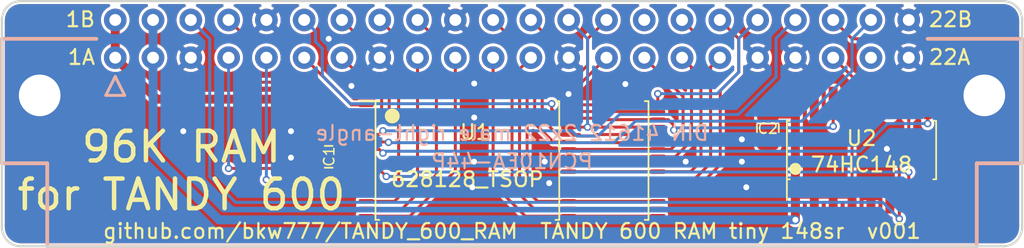
<source format=kicad_pcb>
(kicad_pcb (version 20211014) (generator pcbnew)
  (title_block (title "TANDY 600 RAM tiny 148sr") (date "2022-09-25") (rev "001") (company "Brian K. White - b.kenyon.w@gmail.com") (comment 1 "LICENSE: CC-BY-SA 4.0") (comment 2 "github.com/bkw777/TANDY_600_RAM"))
  (layers (0 "F.Cu" signal) (31 "B.Cu" signal) (34 "B.Paste" user) (35 "F.Paste" user) (36 "B.SilkS" user "B.Silkscreen") (37 "F.SilkS" user "F.Silkscreen") (38 "B.Mask" user) (39 "F.Mask" user) (44 "Edge.Cuts" user))
  (net 0 "")
  (net 1 "GND")
  (net 2 "VMEM")
  (net 3 "VCC")
  (net 4 "/A14")
  (net 5 "/A13")
  (net 6 "/A12")
  (net 7 "/A11")
  (net 8 "/A10")
  (net 9 "/A9")
  (net 10 "/A8")
  (net 11 "/A7")
  (net 12 "/A6")
  (net 13 "/A5")
  (net 14 "/A4")
  (net 15 "/A3")
  (net 16 "/A2")
  (net 17 "/A1")
  (net 18 "/A0")
  (net 19 "/D7")
  (net 20 "/D6")
  (net 21 "/D5")
  (net 22 "/D4")
  (net 23 "/D3")
  (net 24 "/D2")
  (net 25 "/D1")
  (net 26 "/D0")
  (net 27 "/~{OE}")
  (net 28 "/~{WE}")
  (net 29 "/CS2")
  (net 30 "/A15")
  (net 31 "/A16")
  (net 32 "/~{CS1}")
  (net 33 "/~{CS1_B}")
  (net 34 "/~{CS1_C}")
  (net 35 "/~{CS1_A}")
  (footprint "000_LOCAL:TSOP32-dual" (layer "F.Cu") (at 146.05 109.75)
    (fp_text reference "U1" (at -2.492 -1.905) (layer "F.SilkS"))
    (fp_text value "628128_TSOP" (at -3 1.27) (layer "F.SilkS"))
    (fp_line (start 3.175 -4) (end 2.925 -4) (layer "F.SilkS") (width 0.12))
    (fp_line (start -9.175 -4) (end -9.175 4) (layer "F.SilkS") (width 0.12))
    (fp_line (start -10.25 -4) (end -8.925 -4) (layer "F.SilkS") (width 0.12))
    (fp_line (start 3.175 4) (end 3.175 -4) (layer "F.SilkS") (width 0.12))
    (fp_line (start 9.175 -4) (end 8.925 -4) (layer "F.SilkS") (width 0.12))
    (fp_line (start 9.175 4) (end 9.175 -4) (layer "F.SilkS") (width 0.12))
    (fp_line (start -9.175 4) (end -8.925 4) (layer "F.SilkS") (width 0.12))
    (fp_line (start 3.175 4) (end 2.925 4) (layer "F.SilkS") (width 0.12))
    (fp_line (start 9.175 4) (end 8.925 4) (layer "F.SilkS") (width 0.12))
    (fp_circle (center -8.05 -3) (end -8.05 -2.75) (layer "F.SilkS") (width 0.5) (fill none))
    (pad "1" smd roundrect (at -9.8 -3.75 270) (size 0.3 1) (layers "F.Cu" "F.Paste" "F.Mask") (net 7 "/A11"))
    (pad "2" smd roundrect (at -9.8 -3.25 270) (size 0.3 1) (layers "F.Cu" "F.Paste" "F.Mask") (net 9 "/A9"))
    (pad "3" smd roundrect (at -9.8 -2.75 270) (size 0.3 1) (layers "F.Cu" "F.Paste" "F.Mask") (net 10 "/A8"))
    (pad "4" smd roundrect (at -9.8 -2.25 270) (size 0.3 1) (layers "F.Cu" "F.Paste" "F.Mask") (net 5 "/A13"))
    (pad "5" smd roundrect (at -9.8 -1.75 270) (size 0.3 1) (layers "F.Cu" "F.Paste" "F.Mask") (net 28 "/~{WE}"))
    (pad "6" smd roundrect (at -9.8 -1.25 270) (size 0.3 1) (layers "F.Cu" "F.Paste" "F.Mask") (net 29 "/CS2"))
    (pad "7" smd roundrect (at -9.8 -0.75 270) (size 0.3 1) (layers "F.Cu" "F.Paste" "F.Mask") (net 30 "/A15"))
    (pad "8" smd roundrect (at -9.8 -0.25 270) (size 0.3 1) (layers "F.Cu" "F.Paste" "F.Mask") (net 2 "VMEM"))
    (pad "9" smd roundrect (at -9.8 0.25 270) (size 0.3 1) (layers "F.Cu" "F.Paste" "F.Mask"))
    (pad "10" smd roundrect (at -9.8 0.75 270) (size 0.3 1) (layers "F.Cu" "F.Paste" "F.Mask") (net 31 "/A16"))
    (pad "11" smd roundrect (at -9.8 1.25 270) (size 0.3 1) (layers "F.Cu" "F.Paste" "F.Mask") (net 4 "/A14"))
    (pad "12" smd roundrect (at -9.8 1.75 270) (size 0.3 1) (layers "F.Cu" "F.Paste" "F.Mask") (net 6 "/A12"))
    (pad "13" smd roundrect (at -9.8 2.25 270) (size 0.3 1) (layers "F.Cu" "F.Paste" "F.Mask") (net 11 "/A7"))
    (pad "14" smd roundrect (at -9.8 2.75 270) (size 0.3 1) (layers "F.Cu" "F.Paste" "F.Mask") (net 12 "/A6"))
    (pad "15" smd roundrect (at -9.8 3.25 270) (size 0.3 1) (layers "F.Cu" "F.Paste" "F.Mask") (net 13 "/A5"))
    (pad "16" smd roundrect (at -9.8 3.75 270) (size 0.3 1) (layers "F.Cu" "F.Paste" "F.Mask") (net 14 "/A4"))
    (pad "17" smd roundrect (at 3.8 3.75 270) (size 0.3 1) (layers "F.Cu" "F.Paste" "F.Mask") (net 15 "/A3"))
    (pad "17" smd roundrect (at 9.8 3.75 270) (size 0.3 1) (layers "F.Cu" "F.Paste" "F.Mask") (net 15 "/A3"))
    (pad "18" smd roundrect (at 9.8 3.25 270) (size 0.3 1) (layers "F.Cu" "F.Paste" "F.Mask") (net 16 "/A2"))
    (pad "18" smd roundrect (at 3.8 3.25 270) (size 0.3 1) (layers "F.Cu" "F.Paste" "F.Mask") (net 16 "/A2"))
    (pad "19" smd roundrect (at 3.8 2.75 270) (size 0.3 1) (layers "F.Cu" "F.Paste" "F.Mask") (net 17 "/A1"))
    (pad "19" smd roundrect (at 9.8 2.75 270) (size 0.3 1) (layers "F.Cu" "F.Paste" "F.Mask") (net 17 "/A1"))
    (pad "20" smd roundrect (at 3.8 2.25 270) (size 0.3 1) (layers "F.Cu" "F.Paste" "F.Mask") (net 18 "/A0"))
    (pad "20" smd roundrect (at 9.8 2.25 270) (size 0.3 1) (layers "F.Cu" "F.Paste" "F.Mask") (net 18 "/A0"))
    (pad "21" smd roundrect (at 9.8 1.75 270) (size 0.3 1) (layers "F.Cu" "F.Paste" "F.Mask") (net 26 "/D0"))
    (pad "21" smd roundrect (at 3.8 1.75 270) (size 0.3 1) (layers "F.Cu" "F.Paste" "F.Mask") (net 26 "/D0"))
    (pad "22" smd roundrect (at 3.8 1.25 270) (size 0.3 1) (layers "F.Cu" "F.Paste" "F.Mask") (net 25 "/D1"))
    (pad "22" smd roundrect (at 9.8 1.25 270) (size 0.3 1) (layers "F.Cu" "F.Paste" "F.Mask") (net 25 "/D1"))
    (pad "23" smd roundrect (at 9.8 0.75 270) (size 0.3 1) (layers "F.Cu" "F.Paste" "F.Mask") (net 24 "/D2"))
    (pad "23" smd roundrect (at 3.8 0.75 270) (size 0.3 1) (layers "F.Cu" "F.Paste" "F.Mask") (net 24 "/D2"))
    (pad "24" smd roundrect (at 3.8 0.25 270) (size 0.3 1) (layers "F.Cu" "F.Paste" "F.Mask") (net 1 "GND"))
    (pad "24" smd roundrect (at 9.8 0.25 270) (size 0.3 1) (layers "F.Cu" "F.Paste" "F.Mask") (net 1 "GND"))
    (pad "25" smd roundrect (at 3.8 -0.25 270) (size 0.3 1) (layers "F.Cu" "F.Paste" "F.Mask") (net 23 "/D3"))
    (pad "25" smd roundrect (at 9.8 -0.25 270) (size 0.3 1) (layers "F.Cu" "F.Paste" "F.Mask") (net 23 "/D3"))
    (pad "26" smd roundrect (at 9.8 -0.75 270) (size 0.3 1) (layers "F.Cu" "F.Paste" "F.Mask") (net 22 "/D4"))
    (pad "26" smd roundrect (at 3.8 -0.75 270) (size 0.3 1) (layers "F.Cu" "F.Paste" "F.Mask") (net 22 "/D4"))
    (pad "27" smd roundrect (at 9.8 -1.25 270) (size 0.3 1) (layers "F.Cu" "F.Paste" "F.Mask") (net 21 "/D5"))
    (pad "27" smd roundrect (at 3.8 -1.25 270) (size 0.3 1) (layers "F.Cu" "F.Paste" "F.Mask") (net 21 "/D5"))
    (pad "28" smd roundrect (at 9.8 -1.75 270) (size 0.3 1) (layers "F.Cu" "F.Paste" "F.Mask") (net 20 "/D6"))
    (pad "28" smd roundrect (at 3.8 -1.75 270) (size 0.3 1) (layers "F.Cu" "F.Paste" "F.Mask") (net 20 "/D6"))
    (pad "29" smd roundrect (at 3.8 -2.25 270) (size 0.3 1) (layers "F.Cu" "F.Paste" "F.Mask") (net 19 "/D7"))
    (pad "29" smd roundrect (at 9.8 -2.25 270) (size 0.3 1) (layers "F.Cu" "F.Paste" "F.Mask") (net 19 "/D7"))
    (pad "30" smd roundrect (at 3.8 -2.75 270) (size 0.3 1) (layers "F.Cu" "F.Paste" "F.Mask") (net 32 "/~{CS1}"))
    (pad "30" smd roundrect (at 9.8 -2.75 270) (size 0.3 1) (layers "F.Cu" "F.Paste" "F.Mask") (net 32 "/~{CS1}"))
    (pad "31" smd roundrect (at 9.8 -3.25 270) (size 0.3 1) (layers "F.Cu" "F.Paste" "F.Mask") (net 8 "/A10"))
    (pad "31" smd roundrect (at 3.8 -3.25 270) (size 0.3 1) (layers "F.Cu" "F.Paste" "F.Mask") (net 8 "/A10"))
    (pad "32" smd roundrect (at 3.8 -3.75 270) (size 0.3 1) (layers "F.Cu" "F.Paste" "F.Mask") (net 27 "/~{OE}"))
    (pad "32" smd roundrect (at 9.8 -3.75 270) (size 0.3 1) (layers "F.Cu" "F.Paste" "F.Mask") (net 27 "/~{OE}"))
  )
  (footprint "000_LOCAL:SOIC-SOP-16" (layer "F.Cu") (at 169.545 109.04656 90)
    (fp_text reference "U2" (at 0.797 0) (layer "F.SilkS"))
    (fp_text value "74HC148" (at -0.981 0) (layer "F.SilkS"))
    (fp_line (start 1.9685 5.0165) (end 1.9685 4.826) (layer "F.SilkS") (width 0.12))
    (fp_line (start 1.9685 -4.826) (end 1.9685 -5.0165) (layer "F.SilkS") (width 0.12))
    (fp_line (start -3.3655 -5.0165) (end 1.9685 -5.0165) (layer "F.SilkS") (width 0.12))
    (fp_line (start -1.9685 5.0165) (end 1.9685 5.0165) (layer "F.SilkS") (width 0.12))
    (fp_line (start -1.9685 -4.826) (end -1.9685 -5.0165) (layer "F.SilkS") (width 0.12))
    (fp_line (start -1.9685 4.826) (end -1.9685 5.0165) (layer "F.SilkS") (width 0.12))
    (fp_circle (center -1.27 -4.445) (end -1.0668 -4.445) (layer "F.SilkS") (width 0.4064) (fill none))
    (pad "1" smd roundrect locked (at -3.175 -4.445 90) (size 2.2 0.6) (layers "F.Cu" "F.Paste" "F.Mask") (net 3 "VCC"))
    (pad "2" smd roundrect locked (at -3.1735 -3.175 90) (size 2.2 0.6) (layers "F.Cu" "F.Paste" "F.Mask") (net 3 "VCC"))
    (pad "3" smd roundrect locked (at -3.1735 -1.905 90) (size 2.2 0.6) (layers "F.Cu" "F.Paste" "F.Mask") (net 3 "VCC"))
    (pad "4" smd roundrect locked (at -3.1735 -0.635 90) (size 2.2 0.6) (layers "F.Cu" "F.Paste" "F.Mask") (net 3 "VCC"))
    (pad "5" smd roundrect locked (at -3.1735 0.635 90) (size 2.2 0.6) (layers "F.Cu" "F.Paste" "F.Mask") (net 1 "GND"))
    (pad "6" smd roundrect locked (at -3.1735 1.905 90) (size 2.2 0.6) (layers "F.Cu" "F.Paste" "F.Mask"))
    (pad "7" smd roundrect locked (at -3.1735 3.175 90) (size 2.2 0.6) (layers "F.Cu" "F.Paste" "F.Mask") (net 31 "/A16"))
    (pad "8" smd roundrect locked (at -3.1735 4.445 90) (size 2.2 0.6) (layers "F.Cu" "F.Paste" "F.Mask") (net 1 "GND"))
    (pad "9" smd roundrect locked (at 3.1735 4.445 90) (size 2.2 0.6) (layers "F.Cu" "F.Paste" "F.Mask") (net 30 "/A15"))
    (pad "10" smd roundrect locked (at 3.1735 3.175 90) (size 2.2 0.6) (layers "F.Cu" "F.Paste" "F.Mask") (net 35 "/~{CS1_A}"))
    (pad "11" smd roundrect locked (at 3.1735 1.905 90) (size 2.2 0.6) (layers "F.Cu" "F.Paste" "F.Mask") (net 33 "/~{CS1_B}"))
    (pad "12" smd roundrect locked (at 3.1735 0.635 90) (size 2.2 0.6) (layers "F.Cu" "F.Paste" "F.Mask") (net 34 "/~{CS1_C}"))
    (pad "13" smd roundrect locked (at 3.1735 -0.635 90) (size 2.2 0.6) (layers "F.Cu" "F.Paste" "F.Mask") (net 3 "VCC"))
    (pad "14" smd roundrect locked (at 3.1735 -1.905 90) (size 2.2 0.6) (layers "F.Cu" "F.Paste" "F.Mask") (net 32 "/~{CS1}"))
    (pad "15" smd roundrect locked (at 3.1735 -3.175 90) (size 2.2 0.6) (layers "F.Cu" "F.Paste" "F.Mask"))
    (pad "16" smd roundrect locked (at 3.1735 -4.445 90) (size 2.2 0.6) (layers "F.Cu" "F.Paste" "F.Mask") (net 3 "VCC"))
  )
  (footprint "000_LOCAL:C_0805" (layer "F.Cu") (at 133.725 109.5 180)
    (fp_text reference "C1" (at -0.0326 0.0198 90 unlocked) (layer "F.SilkS") (effects (font (size 0.7 0.7) (thickness 0.1))))
    (fp_text value "0.1uF")
    (fp_line (start -0.261252 -0.735) (end 0.261252 -0.735) (layer "F.SilkS") (width 0.12))
    (fp_line (start -0.261252 0.735) (end 0.261252 0.735) (layer "F.SilkS") (width 0.12))
    (pad "1" smd roundrect (at -0.95 0 180) (size 1 1.45) (layers "F.Cu" "F.Paste" "F.Mask") (net 2 "VMEM"))
    (pad "2" smd roundrect (at 0.95 0 180) (size 1 1.45) (layers "F.Cu" "F.Paste" "F.Mask") (net 1 "GND"))
  )
  (footprint "000_LOCAL:C_0805" (layer "F.Cu") (at 163.25 107.57356 -90)
    (fp_text reference "C2" (at 0.02576 0.0042) (layer "F.SilkS") (effects (font (size 0.7 0.7) (thickness 0.1))))
    (fp_text value "0.1uF")
    (fp_line (start -0.261252 0.735) (end 0.261252 0.735) (layer "F.SilkS") (width 0.12))
    (fp_line (start -0.261252 -0.735) (end 0.261252 -0.735) (layer "F.SilkS") (width 0.12))
    (pad "1" smd roundrect (at -0.95 0 270) (size 1 1.45) (layers "F.Cu" "F.Paste" "F.Mask") (net 3 "VCC"))
    (pad "2" smd roundrect (at 0.95 0 270) (size 1 1.45) (layers "F.Cu" "F.Paste" "F.Mask") (net 1 "GND"))
  )
  (footprint "000_LOCAL:DIN 41612 2x22 male right-angle" (layer "B.Cu") (at 146.05 101.55356 180)
    (fp_text reference "J1" hide)
    (fp_text value "DIN 41612 2x22 male right-angle" (at 0 -6.35) (layer "B.SilkS") (effects (justify mirror)))
    (fp_line (start 34.29 -8.382) (end 31.242 -8.382) (layer "B.SilkS") (width 0.254))
    (fp_line (start -31.242 -8.382) (end -34.29 -8.382) (layer "B.SilkS") (width 0.254))
    (fp_line (start 34.29 0) (end 34.29 -8.382) (layer "B.SilkS") (width 0.254))
    (fp_line (start -31.242 -13.97) (end -31.242 -8.382) (layer "B.SilkS") (width 0.254))
    (fp_line (start 31.242 -13.97) (end 31.242 -8.382) (layer "B.SilkS") (width 0.254))
    (fp_line (start -34.29 0) (end -34.29 -8.382) (layer "B.SilkS") (width 0.254))
    (fp_line (start 27.305 -3.81) (end 26.67 -2.54) (layer "B.SilkS") (width 0.2))
    (fp_line (start 31.242 -13.97) (end -31.242 -13.97) (layer "B.SilkS") (width 0.254))
    (fp_line (start 26.67 -2.54) (end 26.035 -3.81) (layer "B.SilkS") (width 0.2))
    (fp_line (start -27.94 0) (end -34.29 0) (layer "B.SilkS") (width 0.254))
    (fp_line (start 27.94 0) (end 34.29 0) (layer "B.SilkS") (width 0.254))
    (fp_line (start 26.035 -3.81) (end 27.305 -3.81) (layer "B.SilkS") (width 0.2))
    (pad "1A" thru_hole circle (at 26.67 -1.27 180) (size 1.524 1.524) (drill 0.8) (layers *.Cu *.Mask) (net 2 "VMEM"))
    (pad "1B" thru_hole circle (at 26.67 1.27 180) (size 1.524 1.524) (drill 0.8) (layers *.Cu *.Mask) (net 2 "VMEM"))
    (pad "2A" thru_hole circle (at 24.13 -1.27 180) (size 1.524 1.524) (drill 0.8) (layers *.Cu *.Mask) (net 3 "VCC"))
    (pad "2B" thru_hole circle (at 24.13 1.27 180) (size 1.524 1.524) (drill 0.8) (layers *.Cu *.Mask) (net 3 "VCC"))
    (pad "3A" thru_hole circle (at 21.59 -1.27 180) (size 1.524 1.524) (drill 0.8) (layers *.Cu *.Mask) (net 1 "GND"))
    (pad "3B" thru_hole circle (at 21.59 1.27 180) (size 1.524 1.524) (drill 0.8) (layers *.Cu *.Mask) (net 35 "/~{CS1_A}"))
    (pad "4A" thru_hole circle (at 19.05 -1.27 180) (size 1.524 1.524) (drill 0.8) (layers *.Cu *.Mask) (net 4 "/A14"))
    (pad "4B" thru_hole circle (at 19.05 1.27 180) (size 1.524 1.524) (drill 0.8) (layers *.Cu *.Mask) (net 5 "/A13"))
    (pad "5A" thru_hole circle (at 16.51 -1.27 180) (size 1.524 1.524) (drill 0.8) (layers *.Cu *.Mask) (net 6 "/A12"))
    (pad "5B" thru_hole circle (at 16.51 1.27 180) (size 1.524 1.524) (drill 0.8) (layers *.Cu *.Mask) (net 1 "GND"))
    (pad "6A" thru_hole circle (at 13.97 -1.27 180) (size 1.524 1.524) (drill 0.8) (layers *.Cu *.Mask) (net 7 "/A11"))
    (pad "6B" thru_hole circle (at 13.97 1.27 180) (size 1.524 1.524) (drill 0.8) (layers *.Cu *.Mask) (net 8 "/A10"))
    (pad "7A" thru_hole circle (at 11.43 -1.27 180) (size 1.524 1.524) (drill 0.8) (layers *.Cu *.Mask) (net 9 "/A9"))
    (pad "7B" thru_hole circle (at 11.43 1.27 180) (size 1.524 1.524) (drill 0.8) (layers *.Cu *.Mask) (net 10 "/A8"))
    (pad "8A" thru_hole circle (at 8.89 -1.27 180) (size 1.524 1.524) (drill 0.8) (layers *.Cu *.Mask) (net 1 "GND"))
    (pad "8B" thru_hole circle (at 8.89 1.27 180) (size 1.524 1.524) (drill 0.8) (layers *.Cu *.Mask) (net 11 "/A7"))
    (pad "9A" thru_hole circle (at 6.35 -1.27 180) (size 1.524 1.524) (drill 0.8) (layers *.Cu *.Mask) (net 12 "/A6"))
    (pad "9B" thru_hole circle (at 6.35 1.27 180) (size 1.524 1.524) (drill 0.8) (layers *.Cu *.Mask) (net 13 "/A5"))
    (pad "10A" thru_hole circle (at 3.81 -1.27 180) (size 1.524 1.524) (drill 0.8) (layers *.Cu *.Mask) (net 14 "/A4"))
    (pad "10B" thru_hole circle (at 3.81 1.27 180) (size 1.524 1.524) (drill 0.8) (layers *.Cu *.Mask) (net 1 "GND"))
    (pad "11A" thru_hole circle (at 1.27 -1.27 180) (size 1.524 1.524) (drill 0.8) (layers *.Cu *.Mask) (net 15 "/A3"))
    (pad "11B" thru_hole circle (at 1.27 1.27 180) (size 1.524 1.524) (drill 0.8) (layers *.Cu *.Mask) (net 16 "/A2"))
    (pad "12A" thru_hole circle (at -1.27 -1.27 180) (size 1.524 1.524) (drill 0.8) (layers *.Cu *.Mask) (net 17 "/A1"))
    (pad "12B" thru_hole circle (at -1.27 1.27 180) (size 1.524 1.524) (drill 0.8) (layers *.Cu *.Mask) (net 18 "/A0"))
    (pad "13A" thru_hole circle (at -3.81 -1.27 180) (size 1.524 1.524) (drill 0.8) (layers *.Cu *.Mask) (net 1 "GND"))
    (pad "13B" thru_hole circle (at -3.81 1.27 180) (size 1.524 1.524) (drill 0.8) (layers *.Cu *.Mask) (net 19 "/D7"))
    (pad "14A" thru_hole circle (at -6.35 -1.27 180) (size 1.524 1.524) (drill 0.8) (layers *.Cu *.Mask) (net 20 "/D6"))
    (pad "14B" thru_hole circle (at -6.35 1.27 180) (size 1.524 1.524) (drill 0.8) (layers *.Cu *.Mask) (net 21 "/D5"))
    (pad "15A" thru_hole circle (at -8.89 -1.27 180) (size 1.524 1.524) (drill 0.8) (layers *.Cu *.Mask) (net 22 "/D4"))
    (pad "15B" thru_hole circle (at -8.89 1.27 180) (size 1.524 1.524) (drill 0.8) (layers *.Cu *.Mask))
    (pad "16A" thru_hole circle (at -11.43 -1.27 180) (size 1.524 1.524) (drill 0.8) (layers *.Cu *.Mask) (net 23 "/D3"))
    (pad "16B" thru_hole circle (at -11.43 1.27 180) (size 1.524 1.524) (drill 0.8) (layers *.Cu *.Mask) (net 24 "/D2"))
    (pad "17A" thru_hole circle (at -13.97 -1.27 180) (size 1.524 1.524) (drill 0.8) (layers *.Cu *.Mask) (net 25 "/D1"))
    (pad "17B" thru_hole circle (at -13.97 1.27 180) (size 1.524 1.524) (drill 0.8) (layers *.Cu *.Mask) (net 26 "/D0"))
    (pad "18A" thru_hole circle (at -16.51 -1.27 180) (size 1.524 1.524) (drill 0.8) (layers *.Cu *.Mask) (net 1 "GND"))
    (pad "18B" thru_hole circle (at -16.51 1.27 180) (size 1.524 1.524) (drill 0.8) (layers *.Cu *.Mask) (net 27 "/~{OE}"))
    (pad "19A" thru_hole circle (at -19.05 -1.27 180) (size 1.524 1.524) (drill 0.8) (layers *.Cu *.Mask) (net 1 "GND"))
    (pad "19B" thru_hole circle (at -19.05 1.27 180) (size 1.524 1.524) (drill 0.8) (layers *.Cu *.Mask) (net 28 "/~{WE}"))
    (pad "20A" thru_hole circle (at -21.59 -1.27 180) (size 1.524 1.524) (drill 0.8) (layers *.Cu *.Mask) (net 34 "/~{CS1_C}"))
    (pad "20B" thru_hole circle (at -21.59 1.27 180) (size 1.524 1.524) (drill 0.8) (layers *.Cu *.Mask) (net 33 "/~{CS1_B}"))
    (pad "21A" thru_hole circle (at -24.13 -1.27 180) (size 1.524 1.524) (drill 0.8) (layers *.Cu *.Mask))
    (pad "21B" thru_hole circle (at -24.13 1.27 180) (size 1.524 1.524) (drill 0.8) (layers *.Cu *.Mask) (net 29 "/CS2"))
    (pad "22A" thru_hole circle (at -26.67 -1.27 180) (size 1.524 1.524) (drill 0.8) (layers *.Cu *.Mask) (net 1 "GND"))
    (pad "22B" thru_hole circle (at -26.67 1.27 180) (size 1.524 1.524) (drill 0.8) (layers *.Cu *.Mask) (net 1 "GND"))
    (pad "S1" thru_hole oval (at 31.75 -3.81 180) (size 2.999999 4.500001) (drill 2.799999) (layers *.Cu *.Mask) (net 1 "GND"))
    (pad "S2" thru_hole oval (at -31.75 -3.81 180) (size 2.999999 4.500001) (drill 2.799999) (layers *.Cu *.Mask) (net 1 "GND"))
  )
  (gr_arc (start 111.76 100.28356) (mid 112.13196 99.385509) (end 113.03 99.01356) (layer "Edge.Cuts") (width 0.15))
  (gr_arc (start 179.07 99.01356) (mid 179.968011 99.385537) (end 180.34 100.28356) (layer "Edge.Cuts") (width 0.15))
  (gr_line (start 180.34 114.25356) (end 180.34 100.28356) (layer "Edge.Cuts") (width 0.15))
  (gr_arc (start 180.34 114.25356) (mid 179.968011 115.15156) (end 179.07 115.52356) (layer "Edge.Cuts") (width 0.15))
  (gr_arc (start 113.03 115.52356) (mid 112.13196 115.151588) (end 111.76 114.25356) (layer "Edge.Cuts") (width 0.15))
  (gr_line (start 113.03 99.01356) (end 179.07 99.01356) (layer "Edge.Cuts") (width 0.15))
  (gr_line (start 179.07 115.52356) (end 113.03 115.52356) (layer "Edge.Cuts") (width 0.15))
  (gr_line (start 111.76 114.25356) (end 111.76 100.28356) (layer "Edge.Cuts") (width 0.15))
  (gr_text "PCN10EA-44P" (at 146.05 109.80856) (layer "B.SilkS") (effects (font (size 1 1)) (justify mirror)))
  (gr_text "22B" (at 173.99 100.24856) (layer "F.SilkS") (effects (font (size 1 1)) (justify left)))
  (gr_text "22A" (at 173.99 102.78856) (layer "F.SilkS") (effects (font (size 1 1)) (justify left)))
  (gr_text "1A" (at 118.11 102.78856) (layer "F.SilkS") (effects (font (size 1 1)) (justify right)))
  (gr_text "1B" (at 118.11 100.24856) (layer "F.SilkS") (effects (font (size 1 1)) (justify right)))
  (gr_text "${COMMENT2}  ${TITLE}  v${REVISION}" (at 146.05 114.50756) (layer "F.SilkS") (effects (font (size 1 1))))
  (gr_text "96K RAM\nfor TANDY 600" (at 123.825 110.44356) (layer "F.SilkS") (effects (font (size 2 2) (thickness 0.3))))
  (via (at 149.85 105.27356) (size 0.6) (drill 0.4) (layers "F.Cu" "B.Cu") (net 1))
  (via (at 161.5 109.825) (size 0.6) (drill 0.4) (layers "F.Cu" "B.Cu") (net 1))
  (via (at 148.25 109.825) (size 0.6) (drill 0.4) (layers "F.Cu" "B.Cu") (net 1))
  (via (at 153.67 104.60156) (size 0.6) (drill 0.4) (layers "F.Cu" "B.Cu") (net 1))
  (via (at 143.383 111.55156) (size 0.6) (drill 0.4) (layers "F.Cu" "B.Cu") (net 1))
  (via (at 161.798 111.55156) (size 0.6) (drill 0.4) (layers "F.Cu" "B.Cu") (net 1))
  (via (at 123.952 107.77712) (size 0.6) (drill 0.4) (layers "F.Cu" "B.Cu") (net 1))
  (via (at 131.191 109.55512) (size 0.6) (drill 0.4) (layers "F.Cu" "B.Cu") (net 1))
  (via (at 131.191 107.77712) (size 0.6) (drill 0.4) (layers "F.Cu" "B.Cu") (net 1))
  (via (at 143.51 106.85256) (size 0.6) (drill 0.4) (layers "F.Cu" "B.Cu") (net 1))
  (via (at 148.55 111.27356) (size 0.6) (drill 0.4) (layers "F.Cu" "B.Cu") (net 1))
  (via (at 171.25 108.96412) (size 0.6) (drill 0.4) (layers "F.Cu" "B.Cu") (net 1))
  (via (at 157.725 109.825) (size 0.6) (drill 0.4) (layers "F.Cu" "B.Cu") (net 1))
  (via (at 133.731 101.55412) (size 0.6) (drill 0.4) (layers "F.Cu" "B.Cu") (net 1))
  (via (at 135.255 104.72912) (size 0.6) (drill 0.4) (layers "F.Cu" "B.Cu") (net 1))
  (via (at 143.5 109.825) (size 0.6) (drill 0.4) (layers "F.Cu" "B.Cu") (net 1))
  (via (at 161.5 108.325) (size 0.6) (drill 0.4) (layers "F.Cu" "B.Cu") (net 1))
  (via (at 143.51 104.56656) (size 0.6) (drill 0.4) (layers "F.Cu" "B.Cu") (net 1))
  (segment (start 134.675 108.54332) (end 131.7498 105.61812) (width 0.6) (layer "F.Cu") (net 2))
  (segment (start 136.25 109.5) (end 134.675 109.5) (width 0.3) (layer "F.Cu") (net 2))
  (segment (start 134.675 109.5) (end 134.675 108.54332) (width 0.6) (layer "F.Cu") (net 2))
  (segment (start 122.17456 105.61812) (end 119.38 102.82356) (width 0.6) (layer "F.Cu") (net 2))
  (segment (start 131.7498 105.61812) (end 122.17456 105.61812) (width 0.6) (layer "F.Cu") (net 2))
  (segment (start 119.38 100.28356) (end 119.38 102.82356) (width 0.6) (layer "F.Cu") (net 2))
  (segment (start 165.1015 112.22006) (end 168.91 112.22006) (width 0.2) (layer "F.Cu") (net 3))
  (segment (start 165.1 105.87306) (end 165.1 113.74556) (width 0.6) (layer "F.Cu") (net 3))
  (segment (start 165.1 112.22156) (end 165.1015 112.22006) (width 0.2) (layer "F.Cu") (net 3))
  (segment (start 163.25 106.62356) (end 165.1 106.62356) (width 0.6) (layer "F.Cu") (net 3))
  (segment (start 165.1 106.62356) (end 165.1 105.87306) (width 0.6) (layer "F.Cu") (net 3))
  (segment (start 168.91 112.22006) (end 168.91 106.38106) (width 0.2) (layer "F.Cu") (net 3))
  (via (at 165.1 113.74556) (size 0.6) (drill 0.4) (layers "F.Cu" "B.Cu") (net 3))
  (segment (start 165.1 113.74556) (end 126.36444 113.74556) (width 0.6) (layer "B.Cu") (net 3))
  (segment (start 121.92 109.30112) (end 121.92 102.82356) (width 0.6) (layer "B.Cu") (net 3))
  (segment (start 126.36444 113.74556) (end 121.92 109.30112) (width 0.6) (layer "B.Cu") (net 3))
  (segment (start 121.92 100.28356) (end 121.92 102.82356) (width 0.6) (layer "B.Cu") (net 3))
  (segment (start 127 110.28156) (end 130.048 110.28156) (width 0.2) (layer "F.Cu") (net 4))
  (segment (start 130.048 110.28156) (end 130.76644 111) (width 0.2) (layer "F.Cu") (net 4))
  (segment (start 130.76644 111) (end 136.25 111) (width 0.2) (layer "F.Cu") (net 4))
  (via (at 127 110.28156) (size 0.5) (drill 0.3) (layers "F.Cu" "B.Cu") (net 4))
  (segment (start 127 110.28156) (end 127 102.82356) (width 0.2) (layer "B.Cu") (net 4))
  (segment (start 129.03172 104.47456) (end 128.27 103.71284) (width 0.2) (layer "F.Cu") (net 5))
  (segment (start 135.20648 107.5) (end 132.18104 104.47456) (width 0.2) (layer "F.Cu") (net 5))
  (segment (start 128.27 101.55356) (end 127 100.28356) (width 0.2) (layer "F.Cu") (net 5))
  (segment (start 128.27 103.71284) (end 128.27 101.55356) (width 0.2) (layer "F.Cu") (net 5))
  (segment (start 136.25 107.5) (end 135.20648 107.5) (width 0.2) (layer "F.Cu") (net 5))
  (segment (start 132.18104 104.47456) (end 129.03172 104.47456) (width 0.2) (layer "F.Cu") (net 5))
  (segment (start 129.99644 111.5) (end 136.25 111.5) (width 0.2) (layer "F.Cu") (net 6))
  (segment (start 129.54 111.04356) (end 129.99644 111.5) (width 0.2) (layer "F.Cu") (net 6))
  (via (at 129.54 111.04356) (size 0.5) (drill 0.3) (layers "F.Cu" "B.Cu") (net 6))
  (segment (start 129.54 111.04356) (end 129.54 102.82356) (width 0.2) (layer "B.Cu") (net 6))
  (segment (start 132.08 102.82356) (end 135.25644 106) (width 0.2) (layer "F.Cu") (net 7))
  (segment (start 135.25644 106) (end 136.25 106) (width 0.2) (layer "F.Cu") (net 7))
  (segment (start 149.9 106.45) (end 149.85 106.5) (width 0.2) (layer "F.Cu") (net 8))
  (segment (start 149.85 106.5) (end 148.92644 106.5) (width 0.2) (layer "F.Cu") (net 8))
  (segment (start 148.717 106.29056) (end 148.717 105.92356) (width 0.2) (layer "F.Cu") (net 8))
  (segment (start 155.85 106.5) (end 155.8 106.45) (width 0.2) (layer "F.Cu") (net 8))
  (segment (start 148.92644 106.5) (end 148.717 106.29056) (width 0.2) (layer "F.Cu") (net 8))
  (segment (start 155.8 106.45) (end 149.9 106.45) (width 0.2) (layer "F.Cu") (net 8))
  (via (at 148.717 105.92356) (size 0.5) (drill 0.3) (layers "F.Cu" "B.Cu") (net 8))
  (segment (start 133.3 104.04356) (end 133.3 102.20262) (width 0.2) (layer "B.Cu") (net 8))
  (segment (start 148.717 105.92356) (end 135.18 105.92356) (width 0.2) (layer "B.Cu") (net 8))
  (segment (start 132.842 101.04556) (end 132.08 100.28356) (width 0.2) (layer "B.Cu") (net 8))
  (segment (start 132.842 101.74462) (end 132.842 101.04556) (width 0.2) (layer "B.Cu") (net 8))
  (segment (start 133.3 102.20262) (end 132.842 101.74462) (width 0.2) (layer "B.Cu") (net 8))
  (segment (start 135.18 105.92356) (end 133.3 104.04356) (width 0.2) (layer "B.Cu") (net 8))
  (segment (start 137.287 105.49056) (end 137.287 106.25256) (width 0.2) (layer "F.Cu") (net 9))
  (segment (start 134.62 102.82356) (end 137.287 105.49056) (width 0.2) (layer "F.Cu") (net 9))
  (segment (start 137.03956 106.5) (end 136.25 106.5) (width 0.2) (layer "F.Cu") (net 9))
  (segment (start 137.287 106.25256) (end 137.03956 106.5) (width 0.2) (layer "F.Cu") (net 9))
  (segment (start 136.25 107) (end 137.30156 107) (width 0.2) (layer "F.Cu") (net 10))
  (segment (start 135.89 103.33212) (end 135.89 101.55356) (width 0.2) (layer "F.Cu") (net 10))
  (segment (start 137.795 106.50656) (end 137.795 105.23712) (width 0.2) (layer "F.Cu") (net 10))
  (segment (start 135.89 101.55356) (end 134.62 100.28356) (width 0.2) (layer "F.Cu") (net 10))
  (segment (start 137.795 105.23712) (end 135.89 103.33212) (width 0.2) (layer "F.Cu") (net 10))
  (segment (start 137.30156 107) (end 137.795 106.50656) (width 0.2) (layer "F.Cu") (net 10))
  (segment (start 136.25 112) (end 137.63556 112) (width 0.2) (layer "F.Cu") (net 11))
  (segment (start 137.63556 112) (end 138.43 111.20556) (width 0.2) (layer "F.Cu") (net 11))
  (segment (start 138.43 111.20556) (end 138.43 101.55356) (width 0.2) (layer "F.Cu") (net 11))
  (segment (start 138.43 101.55356) (end 137.16 100.28356) (width 0.2) (layer "F.Cu") (net 11))
  (segment (start 139.7 110.95156) (end 138.15156 112.5) (width 0.2) (layer "F.Cu") (net 12))
  (segment (start 139.7 102.82356) (end 139.7 110.95156) (width 0.2) (layer "F.Cu") (net 12))
  (segment (start 138.15156 112.5) (end 136.25 112.5) (width 0.2) (layer "F.Cu") (net 12))
  (segment (start 140.97 101.55356) (end 139.7 100.28356) (width 0.2) (layer "F.Cu") (net 13))
  (segment (start 140.97 110.69756) (end 140.97 101.55356) (width 0.2) (layer "F.Cu") (net 13))
  (segment (start 138.66756 113) (end 140.97 110.69756) (width 0.2) (layer "F.Cu") (net 13))
  (segment (start 136.25 113) (end 138.66756 113) (width 0.2) (layer "F.Cu") (net 13))
  (segment (start 142.24 102.82356) (end 142.24 110.44356) (width 0.2) (layer "F.Cu") (net 14))
  (segment (start 139.18356 113.5) (end 136.25 113.5) (width 0.2) (layer "F.Cu") (net 14))
  (segment (start 142.24 110.44356) (end 139.18356 113.5) (width 0.2) (layer "F.Cu") (net 14))
  (segment (start 155.85 113.5) (end 146.94744 113.5) (width 0.2) (layer "F.Cu") (net 15))
  (segment (start 144.78 111.33256) (end 144.78 102.82356) (width 0.2) (layer "F.Cu") (net 15))
  (segment (start 146.94744 113.5) (end 144.78 111.33256) (width 0.2) (layer "F.Cu") (net 15))
  (segment (start 146.05 101.55356) (end 144.78 100.28356) (width 0.2) (layer "F.Cu") (net 16))
  (segment (start 147.52644 113) (end 146.05 111.52356) (width 0.2) (layer "F.Cu") (net 16))
  (segment (start 146.05 111.52356) (end 146.05 101.55356) (width 0.2) (layer "F.Cu") (net 16))
  (segment (start 155.85 113) (end 147.52644 113) (width 0.2) (layer "F.Cu") (net 16))
  (segment (start 146.558 111.28156) (end 147.77644 112.5) (width 0.2) (layer "F.Cu") (net 17))
  (segment (start 147.77644 112.5) (end 155.85 112.5) (width 0.2) (layer "F.Cu") (net 17))
  (segment (start 146.558 103.58556) (end 146.558 111.28156) (width 0.2) (layer "F.Cu") (net 17))
  (segment (start 147.32 102.82356) (end 146.558 103.58556) (width 0.2) (layer "F.Cu") (net 17))
  (segment (start 148.02644 112) (end 147.066 111.03956) (width 0.2) (layer "F.Cu") (net 18))
  (segment (start 147.066 111.03956) (end 147.066 104.85612) (width 0.2) (layer "F.Cu") (net 18))
  (segment (start 155.85 112) (end 148.02644 112) (width 0.2) (layer "F.Cu") (net 18))
  (segment (start 148.59 103.33212) (end 148.59 101.55356) (width 0.2) (layer "F.Cu") (net 18))
  (segment (start 148.59 101.55356) (end 147.32 100.28356) (width 0.2) (layer "F.Cu") (net 18))
  (segment (start 147.066 104.85612) (end 148.59 103.33212) (width 0.2) (layer "F.Cu") (net 18))
  (segment (start 151.13 107.5) (end 149.85 107.5) (width 0.2) (layer "F.Cu") (net 19))
  (segment (start 151.13 107.5) (end 155.85 107.5) (width 0.2) (layer "F.Cu") (net 19))
  (via (at 151.13 107.5) (size 0.5) (drill 0.3) (layers "F.Cu" "B.Cu") (net 19))
  (segment (start 151.13 107.5) (end 151.13 101.55356) (width 0.2) (layer "B.Cu") (net 19))
  (segment (start 151.13 101.55356) (end 149.86 100.28356) (width 0.2) (layer "B.Cu") (net 19))
  (segment (start 150.575 108) (end 149.85 108) (width 0.2) (layer "F.Cu") (net 20))
  (segment (start 151.675 108.1) (end 150.675 108.1) (width 0.2) (layer "F.Cu") (net 20))
  (segment (start 150.62144 104.60212) (end 152.4 102.82356) (width 0.2) (layer "F.Cu") (net 20))
  (segment (start 148.082 105.36412) (end 148.844 104.60212) (width 0.2) (layer "F.Cu") (net 20))
  (segment (start 155.85 108) (end 151.775 108) (width 0.2) (layer "F.Cu") (net 20))
  (segment (start 148.844 104.60212) (end 150.62144 104.60212) (width 0.2) (layer "F.Cu") (net 20))
  (segment (start 151.775 108) (end 151.675 108.1) (width 0.2) (layer "F.Cu") (net 20))
  (segment (start 148.082 106.982) (end 148.082 105.36412) (width 0.2) (layer "F.Cu") (net 20))
  (segment (start 149.85 108) (end 149.1 108) (width 0.2) (layer "F.Cu") (net 20))
  (segment (start 149.1 108) (end 148.082 106.982) (width 0.2) (layer "F.Cu") (net 20))
  (segment (start 150.675 108.1) (end 150.575 108) (width 0.2) (layer "F.Cu") (net 20))
  (segment (start 148.825 108.5) (end 147.574 107.249) (width 0.2) (layer "F.Cu") (net 21))
  (segment (start 151.13 101.55356) (end 152.4 100.28356) (width 0.2) (layer "F.Cu") (net 21))
  (segment (start 147.574 107.249) (end 147.574 105.11012) (width 0.2) (layer "F.Cu") (net 21))
  (segment (start 155.85 108.5) (end 155.8 108.55) (width 0.2) (layer "F.Cu") (net 21))
  (segment (start 155.8 108.55) (end 149.9 108.55) (width 0.2) (layer "F.Cu") (net 21))
  (segment (start 151.13 103.33156) (end 151.13 101.55356) (width 0.2) (layer "F.Cu") (net 21))
  (segment (start 148.59056 104.09356) (end 150.368 104.09356) (width 0.2) (layer "F.Cu") (net 21))
  (segment (start 149.85 108.5) (end 148.825 108.5) (width 0.2) (layer "F.Cu") (net 21))
  (segment (start 150.368 104.09356) (end 151.13 103.33156) (width 0.2) (layer "F.Cu") (net 21))
  (segment (start 147.574 105.11012) (end 148.59056 104.09356) (width 0.2) (layer "F.Cu") (net 21))
  (segment (start 149.9 108.55) (end 149.85 108.5) (width 0.2) (layer "F.Cu") (net 21))
  (segment (start 154.94 102.82356) (end 157.55 105.43356) (width 0.2) (layer "F.Cu") (net 22))
  (segment (start 156.73323 109) (end 149.85 109) (width 0.2) (layer "F.Cu") (net 22))
  (segment (start 157.55 105.43356) (end 157.55 108.18323) (width 0.2) (layer "F.Cu") (net 22))
  (segment (start 157.55 108.18323) (end 156.73323 109) (width 0.2) (layer "F.Cu") (net 22))
  (segment (start 157.48 102.82356) (end 158.115 103.45856) (width 0.2) (layer "F.Cu") (net 23))
  (segment (start 158.115 108.41212) (end 157.02712 109.5) (width 0.2) (layer "F.Cu") (net 23))
  (segment (start 157.02712 109.5) (end 149.85 109.5) (width 0.2) (layer "F.Cu") (net 23))
  (segment (start 158.115 103.45856) (end 158.115 108.41212) (width 0.2) (layer "F.Cu") (net 23))
  (segment (start 158.75 101.55356) (end 158.75 109.80856) (width 0.2) (layer "F.Cu") (net 24))
  (segment (start 158.75 109.80856) (end 158.05856 110.5) (width 0.2) (layer "F.Cu") (net 24))
  (segment (start 158.05856 110.5) (end 149.85 110.5) (width 0.2) (layer "F.Cu") (net 24))
  (segment (start 157.48 100.28356) (end 158.75 101.55356) (width 0.2) (layer "F.Cu") (net 24))
  (segment (start 158.32056 111) (end 149.85 111) (width 0.2) (layer "F.Cu") (net 25))
  (segment (start 159.4 103.44356) (end 159.4 109.92056) (width 0.2) (layer "F.Cu") (net 25))
  (segment (start 159.4 109.92056) (end 158.32056 111) (width 0.2) (layer "F.Cu") (net 25))
  (segment (start 160.02 102.82356) (end 159.4 103.44356) (width 0.2) (layer "F.Cu") (net 25))
  (segment (start 161.29 101.55356) (end 161.29 103.80456) (width 0.2) (layer "F.Cu") (net 26))
  (segment (start 161.29 103.80456) (end 160.05 105.04456) (width 0.2) (layer "F.Cu") (net 26))
  (segment (start 160.02 100.28356) (end 161.29 101.55356) (width 0.2) (layer "F.Cu") (net 26))
  (segment (start 160.05 105.04456) (end 160.05 110.03256) (width 0.2) (layer "F.Cu") (net 26))
  (segment (start 160.05 110.03256) (end 158.58256 111.5) (width 0.2) (layer "F.Cu") (net 26))
  (segment (start 158.58256 111.5) (end 149.85 111.5) (width 0.2) (layer "F.Cu") (net 26))
  (segment (start 155.85 105.25) (end 155.85 106) (width 0.2) (layer "F.Cu") (net 27))
  (segment (start 155.85 106) (end 149.87356 106) (width 0.2) (layer "F.Cu") (net 27))
  (segment (start 149.87356 106) (end 149.85 106.02356) (width 0.2) (layer "F.Cu") (net 27))
  (via (at 155.85 105.25) (size 0.5) (drill 0.3) (layers "F.Cu" "B.Cu") (net 27))
  (segment (start 155.85 105.25) (end 159.84456 105.25) (width 0.2) (layer "B.Cu") (net 27))
  (segment (start 159.84456 105.25) (end 161.29 103.80456) (width 0.2) (layer "B.Cu") (net 27))
  (segment (start 161.29 103.80456) (end 161.29 101.53356) (width 0.2) (layer "B.Cu") (net 27))
  (segment (start 162.54 100.28356) (end 162.56 100.28356) (width 0.2) (layer "B.Cu") (net 27))
  (segment (start 161.29 101.53356) (end 162.54 100.28356) (width 0.2) (layer "B.Cu") (net 27))
  (segment (start 137.125 108) (end 136.25 108) (width 0.2) (layer "F.Cu") (net 28))
  (segment (start 137.375 107.75) (end 137.125 108) (width 0.2) (layer "F.Cu") (net 28))
  (via (at 137.375 107.75) (size 0.5) (drill 0.3) (layers "F.Cu" "B.Cu") (net 28))
  (segment (start 161.27412 106.65) (end 163.8 104.12412) (width 0.2) (layer "B.Cu") (net 28))
  (segment (start 150.075 107.75) (end 150.425 108.1) (width 0.2) (layer "B.Cu") (net 28))
  (segment (start 150.425 108.1) (end 151.82312 108.1) (width 0.2) (layer "B.Cu") (net 28))
  (segment (start 137.375 107.75) (end 150.075 107.75) (width 0.2) (layer "B.Cu") (net 28))
  (segment (start 163.8 101.52356) (end 165.04 100.28356) (width 0.2) (layer "B.Cu") (net 28))
  (segment (start 153.27312 106.65) (end 161.27412 106.65) (width 0.2) (layer "B.Cu") (net 28))
  (segment (start 163.8 104.12412) (end 163.8 101.52356) (width 0.2) (layer "B.Cu") (net 28))
  (segment (start 151.82312 108.1) (end 153.27312 106.65) (width 0.2) (layer "B.Cu") (net 28))
  (segment (start 165.04 100.28356) (end 165.1 100.28356) (width 0.2) (layer "B.Cu") (net 28))
  (segment (start 137.72644 108.5) (end 137.75 108.52356) (width 0.2) (layer "F.Cu") (net 29))
  (segment (start 136.25 108.5) (end 137.72644 108.5) (width 0.2) (layer "F.Cu") (net 29))
  (via (at 137.75 108.52356) (size 0.5) (drill 0.3) (layers "F.Cu" "B.Cu") (net 29))
  (segment (start 165.52312 107.1) (end 154.34712 107.1) (width 0.2) (layer "B.Cu") (net 29))
  (segment (start 168.91 103.71312) (end 165.52312 107.1) (width 0.2) (layer "B.Cu") (net 29))
  (segment (start 152.89712 108.55) (end 137.77644 108.55) (width 0.2) (layer "B.Cu") (net 29))
  (segment (start 137.77644 108.55) (end 137.75 108.52356) (width 0.2) (layer "B.Cu") (net 29))
  (segment (start 168.91 101.55356) (end 168.91 103.71312) (width 0.2) (layer "B.Cu") (net 29))
  (segment (start 170.18 100.28356) (end 168.91 101.55356) (width 0.2) (layer "B.Cu") (net 29))
  (segment (start 154.34712 107.1) (end 152.89712 108.55) (width 0.2) (layer "B.Cu") (net 29))
  (segment (start 137.125 109) (end 136.25 109) (width 0.2) (layer "F.Cu") (net 30))
  (segment (start 137.375 109.25) (end 137.125 109) (width 0.2) (layer "F.Cu") (net 30))
  (segment (start 173.99 106.38106) (end 173.99 107.26412) (width 0.2) (layer "F.Cu") (net 30))
  (via (at 173.99 107.26412) (size 0.5) (drill 0.3) (layers "F.Cu" "B.Cu") (net 30))
  (via (at 137.375 109.25) (size 0.5) (drill 0.3) (layers "F.Cu" "B.Cu") (net 30))
  (segment (start 137.375 109.25) (end 137.5 109.125) (width 0.2) (layer "B.Cu") (net 30))
  (segment (start 137.5 109.125) (end 169.43156 109.125) (width 0.2) (layer "B.Cu") (net 30))
  (segment (start 169.43156 109.125) (end 171.29244 107.26412) (width 0.2) (layer "B.Cu") (net 30))
  (segment (start 171.29244 107.26412) (end 173.99 107.26412) (width 0.2) (layer "B.Cu") (net 30))
  (segment (start 172.72 110.53556) (end 172.72 111.71206) (width 0.2) (layer "F.Cu") (net 31))
  (segment (start 137.27644 110.5) (end 136.25 110.5) (width 0.2) (layer "F.Cu") (net 31))
  (segment (start 137.6 110.82356) (end 137.27644 110.5) (width 0.2) (layer "F.Cu") (net 31))
  (via (at 172.72 110.53556) (size 0.5) (drill 0.3) (layers "F.Cu" "B.Cu") (net 31))
  (via (at 137.6 110.82356) (size 0.5) (drill 0.3) (layers "F.Cu" "B.Cu") (net 31))
  (segment (start 172.72 110.53556) (end 172.708 110.52356) (width 0.2) (layer "B.Cu") (net 31))
  (segment (start 172.708 110.52356) (end 139.585 110.52356) (width 0.2) (layer "B.Cu") (net 31))
  (segment (start 139.285 110.82356) (end 137.6 110.82356) (width 0.2) (layer "B.Cu") (net 31))
  (segment (start 139.585 110.52356) (end 139.285 110.82356) (width 0.2) (layer "B.Cu") (net 31))
  (segment (start 155.85 107) (end 151.7 107) (width 0.2) (layer "F.Cu") (net 32))
  (segment (start 167.64 106.38106) (end 167.64 107.44692) (width 0.2) (layer "F.Cu") (net 32))
  (segment (start 151.6 106.9) (end 150.675 106.9) (width 0.2) (layer "F.Cu") (net 32))
  (segment (start 151.7 107) (end 151.6 106.9) (width 0.2) (layer "F.Cu") (net 32))
  (segment (start 156.925 107.7) (end 156.925 107.375) (width 0.2) (layer "F.Cu") (net 32))
  (segment (start 156.55 107) (end 155.85 107) (width 0.2) (layer "F.Cu") (net 32))
  (segment (start 150.575 107) (end 149.85 107) (width 0.2) (layer "F.Cu") (net 32))
  (segment (start 156.925 107.375) (end 156.55 107) (width 0.2) (layer "F.Cu") (net 32))
  (segment (start 150.675 106.9) (end 150.575 107) (width 0.2) (layer "F.Cu") (net 32))
  (via (at 156.925 107.7) (size 0.5) (drill 0.3) (layers "F.Cu" "B.Cu") (net 32))
  (via (at 167.64 107.44692) (size 0.5) (drill 0.3) (layers "F.Cu" "B.Cu") (net 32))
  (segment (start 156.925 107.7) (end 157.075 107.55) (width 0.2) (layer "B.Cu") (net 32))
  (segment (start 167.53692 107.55) (end 167.64 107.44692) (width 0.2) (layer "B.Cu") (net 32))
  (segment (start 157.075 107.55) (end 167.53692 107.55) (width 0.2) (layer "B.Cu") (net 32))
  (segment (start 171.45 106.38106) (end 171.45 102.18912) (width 0.2) (layer "F.Cu") (net 33))
  (segment (start 168.91 101.55356) (end 167.64 100.28356) (width 0.2) (layer "F.Cu") (net 33))
  (segment (start 171.45 102.18912) (end 170.81444 101.55356) (width 0.2) (layer "F.Cu") (net 33))
  (segment (start 170.81444 101.55356) (end 168.91 101.55356) (width 0.2) (layer "F.Cu") (net 33))
  (segment (start 170.18 104.49412) (end 169.85 104.16412) (width 0.2) (layer "F.Cu") (net 34))
  (segment (start 170.18 106.38106) (end 170.18 104.49412) (width 0.2) (layer "F.Cu") (net 34))
  (segment (start 168.98056 104.16412) (end 167.64 102.82356) (width 0.2) (layer "F.Cu") (net 34))
  (segment (start 169.85 104.16412) (end 168.98056 104.16412) (width 0.2) (layer "F.Cu") (net 34))
  (segment (start 172.085 109.87516) (end 172.72 109.24016) (width 0.2) (layer "F.Cu") (net 35))
  (segment (start 172.72 109.24016) (end 172.72 106.38106) (width 0.2) (layer "F.Cu") (net 35))
  (segment (start 172.085 113.675) (end 172.085 109.87516) (width 0.2) (layer "F.Cu") (net 35))
  (via (at 172.085 113.675) (size 0.5) (drill 0.3) (layers "F.Cu" "B.Cu") (net 35))
  (segment (start 170.97756 112.56756) (end 127.47244 112.56756) (width 0.2) (layer "B.Cu") (net 35))
  (segment (start 127.47244 112.56756) (end 125.73 110.82512) (width 0.2) (layer "B.Cu") (net 35))
  (segment (start 125.73 101.55356) (end 124.46 100.28356) (width 0.2) (layer "B.Cu") (net 35))
  (segment (start 172.085 113.675) (end 170.97756 112.56756) (width 0.2) (layer "B.Cu") (net 35))
  (segment (start 125.73 110.82512) (end 125.73 101.55356) (width 0.2) (layer "B.Cu") (net 35))
  (zone (net 1) (net_name "GND") (layer "F.Cu") (connect_pads (clearance 0.2)) (min_thickness 0.2) (fill yes (thermal_gap 0.2) (thermal_bridge_width 0.4) (smoothing fillet) (radius 0.1))
    (polygon (pts (xy 146.05 115.52356) (xy 111.76 115.52356) (xy 111.76 99.01356) (xy 180.34 99.01356) (xy 180.34 115.52356)))
  )
  (zone (net 1) (net_name "GND") (layer "B.Cu") (connect_pads (clearance 0.2)) (min_thickness 0.2) (fill yes (thermal_gap 0.2) (thermal_bridge_width 0.4) (smoothing fillet) (radius 0.1))
    (polygon (pts (xy 146.05 115.52356) (xy 111.76 115.52356) (xy 111.76 99.01356) (xy 180.34 99.01356) (xy 180.34 115.52356)))
  )
)
</source>
